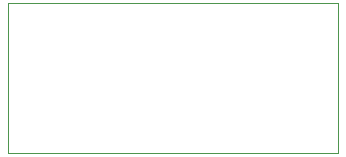
<source format=gko>
G75*
%MOIN*%
%OFA0B0*%
%FSLAX25Y25*%
%IPPOS*%
%LPD*%
%AMOC8*
5,1,8,0,0,1.08239X$1,22.5*
%
%ADD10C,0.00000*%
D10*
X0001000Y0001000D02*
X0001000Y0051000D01*
X0111000Y0051000D01*
X0111000Y0001000D01*
X0001000Y0001000D01*
M02*

</source>
